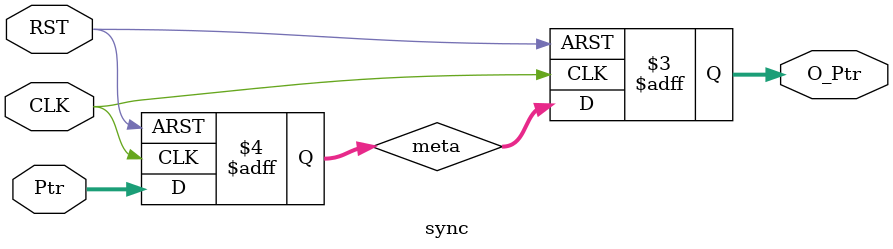
<source format=v>
module sync #(parameter P = 4)(
  input CLK,
  input RST,
  input [P-1:0] Ptr,
  output reg [P-1:0] O_Ptr
  );
  
  reg [P-1:0] meta ;
  
  always @ (posedge CLK , negedge RST)
   begin
     if(!RST)
       begin
        meta <= 0;
        O_Ptr <= 0;
       end
     else
       begin
        meta <= Ptr;
        O_Ptr <= meta;
       end
   end

endmodule

</source>
